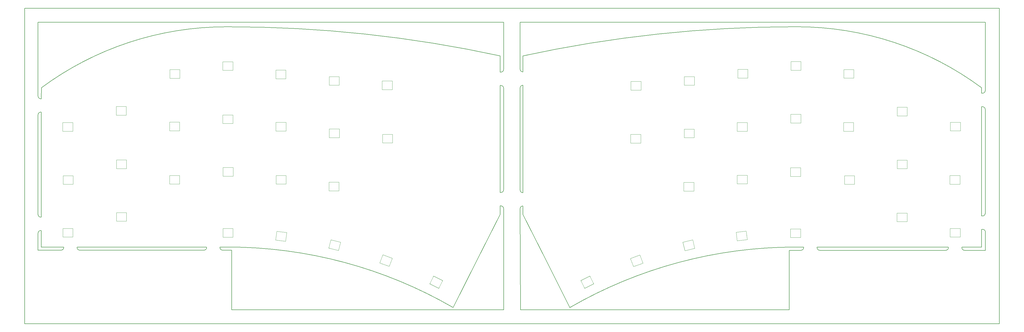
<source format=gbr>
%TF.GenerationSoftware,KiCad,Pcbnew,(5.1.9-0-10_14)*%
%TF.CreationDate,2021-03-29T23:19:48+01:00*%
%TF.ProjectId,peautkb,70656175-746b-4622-9e6b-696361645f70,rev?*%
%TF.SameCoordinates,Original*%
%TF.FileFunction,Profile,NP*%
%FSLAX46Y46*%
G04 Gerber Fmt 4.6, Leading zero omitted, Abs format (unit mm)*
G04 Created by KiCad (PCBNEW (5.1.9-0-10_14)) date 2021-03-29 23:19:48*
%MOMM*%
%LPD*%
G01*
G04 APERTURE LIST*
%TA.AperFunction,Profile*%
%ADD10C,0.200000*%
%TD*%
%TA.AperFunction,Profile*%
%ADD11C,0.120000*%
%TD*%
G04 APERTURE END LIST*
D10*
X84811635Y-18652000D02*
X83945360Y-18651981D01*
X17950000Y-44450000D02*
X18000127Y-40461282D01*
X17770000Y-44440000D02*
X17950000Y-44450000D01*
X17770000Y-49180000D02*
X17950000Y-49180000D01*
X17950000Y-86820000D02*
X17950000Y-49180000D01*
X17770000Y-86820000D02*
X17950000Y-86820000D01*
X17945361Y-97501981D02*
X17950000Y-91580000D01*
X17770000Y-91580000D02*
X17950000Y-91580000D01*
X16770000Y-43440000D02*
X16770000Y-16990000D01*
X16770000Y-85820000D02*
X16770000Y-50180000D01*
X17770000Y-44440000D02*
G75*
G02*
X16770000Y-43440000I0J1000000D01*
G01*
X16770000Y-50180000D02*
G75*
G02*
X17770000Y-49180000I1000000J0D01*
G01*
X16770000Y-98670000D02*
X16770000Y-92580000D01*
X16770000Y-92580000D02*
G75*
G02*
X17770000Y-91580000I1000000J0D01*
G01*
X17770000Y-86820000D02*
G75*
G02*
X16770000Y-85820000I0J1000000D01*
G01*
X25960000Y-97500000D02*
X17945361Y-97501981D01*
X25960000Y-97650000D02*
X25960000Y-97500000D01*
X24960000Y-98650000D02*
X16770000Y-98670000D01*
X25960000Y-97650000D02*
G75*
G02*
X24960000Y-98650000I-1000000J0D01*
G01*
X30690000Y-97650000D02*
X30690000Y-97500000D01*
X76970000Y-97500000D02*
X30690000Y-97500000D01*
X76970000Y-97650000D02*
X76970000Y-97500000D01*
X31690000Y-98650000D02*
X75970000Y-98650000D01*
X31690000Y-98650000D02*
G75*
G02*
X30690000Y-97650000I0J1000000D01*
G01*
X76970000Y-97650000D02*
G75*
G02*
X75970000Y-98650000I-1000000J0D01*
G01*
X84467543Y-97501982D02*
X81710000Y-97500000D01*
X81710000Y-97650000D02*
X81710000Y-97500000D01*
X82710000Y-98650000D02*
X85900000Y-98650000D01*
X82710000Y-98650000D02*
G75*
G02*
X81710000Y-97650000I0J1000000D01*
G01*
X181730000Y-82760000D02*
X181725360Y-85837328D01*
X182000000Y-82760000D02*
X181730000Y-82760000D01*
X182000000Y-82760000D02*
G75*
G02*
X183000000Y-83760000I0J-1000000D01*
G01*
X182000000Y-77990000D02*
X181730000Y-77990000D01*
X183000000Y-76990000D02*
G75*
G02*
X182000000Y-77990000I-1000000J0D01*
G01*
X181730000Y-39650000D02*
X181730000Y-77990000D01*
X182000000Y-39650000D02*
X181730000Y-39650000D01*
X182000000Y-39650000D02*
G75*
G02*
X183000000Y-40650000I0J-1000000D01*
G01*
X181730000Y-34900000D02*
X181725360Y-29065818D01*
X182000000Y-34900000D02*
X181730000Y-34900000D01*
X183000000Y-33900000D02*
G75*
G02*
X182000000Y-34900000I-1000000J0D01*
G01*
X189880000Y-34800000D02*
X189880170Y-29080781D01*
X353670000Y-91150000D02*
X353664320Y-97514800D01*
X354000000Y-91150000D02*
X353670000Y-91150000D01*
X353950000Y-86400000D02*
X353670000Y-86400000D01*
X353670000Y-47250000D02*
X353670000Y-86400000D01*
X353950000Y-47250000D02*
X353670000Y-47250000D01*
X353950000Y-42450000D02*
X353670000Y-42450000D01*
X346600000Y-97700000D02*
X346590000Y-97520000D01*
X353664320Y-97514800D02*
X346590000Y-97520000D01*
X341800000Y-97700000D02*
X341800000Y-97510000D01*
X294900000Y-97520000D02*
X341800000Y-97510000D01*
X294900000Y-97700000D02*
X294900000Y-97520000D01*
X290100000Y-97700000D02*
X290100000Y-97520000D01*
X189880000Y-82800000D02*
X189880000Y-85840000D01*
X189880000Y-39570000D02*
X189880000Y-78050000D01*
X188880000Y-83800000D02*
X189000000Y-120000000D01*
X189880000Y-34800000D02*
G75*
G02*
X188880000Y-33800000I0J1000000D01*
G01*
X188880000Y-40570000D02*
G75*
G02*
X189880000Y-39570000I1000000J0D01*
G01*
X188880000Y-83800000D02*
G75*
G02*
X189880000Y-82800000I1000000J0D01*
G01*
X189880000Y-78050000D02*
G75*
G02*
X188880000Y-77050000I0J1000000D01*
G01*
X12000000Y-125000000D02*
X12000000Y-12000000D01*
X360000000Y-125000000D02*
X12000000Y-125000000D01*
X360000000Y-12000000D02*
X360000000Y-125000000D01*
X12000000Y-12000000D02*
X360000000Y-12000000D01*
X354950000Y-17000000D02*
X354950000Y-41450000D01*
X188880000Y-17000000D02*
X354950000Y-17000000D01*
X354950000Y-41450000D02*
G75*
G02*
X353950000Y-42450000I-1000000J0D01*
G01*
X353950000Y-47250000D02*
G75*
G02*
X354950000Y-48250000I0J-1000000D01*
G01*
X354950000Y-85400000D02*
X354950000Y-48250000D01*
X354950000Y-85400000D02*
G75*
G02*
X353950000Y-86400000I-1000000J0D01*
G01*
X354000000Y-91150000D02*
G75*
G02*
X355000000Y-92150000I0J-1000000D01*
G01*
X355000000Y-98700000D02*
X355000000Y-92150000D01*
X354800000Y-98700000D02*
X355000000Y-98700000D01*
X347600000Y-98700000D02*
X354800000Y-98700000D01*
X347600000Y-98700000D02*
G75*
G02*
X346600000Y-97700000I0J1000000D01*
G01*
X341800000Y-97700000D02*
G75*
G02*
X340800000Y-98700000I-1000000J0D01*
G01*
X295900000Y-98700000D02*
X340800000Y-98700000D01*
X295900000Y-98700000D02*
G75*
G02*
X294900000Y-97700000I0J1000000D01*
G01*
X289100000Y-98700000D02*
X285000000Y-98700000D01*
X290100000Y-97700000D02*
G75*
G02*
X289100000Y-98700000I-1000000J0D01*
G01*
X285000000Y-120000000D02*
X285000000Y-98700000D01*
X189000000Y-120000000D02*
X285000000Y-120000000D01*
X188880000Y-40570000D02*
X188880000Y-77050000D01*
X85900000Y-120000000D02*
X85900000Y-98650000D01*
X183000000Y-83760000D02*
X183000000Y-120000000D01*
X183000000Y-76990000D02*
X183000000Y-40650000D01*
X85900000Y-120000000D02*
X183000000Y-120000000D01*
X188880000Y-17000000D02*
X188880000Y-33800000D01*
X183000000Y-17000000D02*
X183000000Y-33900000D01*
X16770000Y-16990000D02*
X183000000Y-17000000D01*
X286797480Y-18637500D02*
X287732200Y-18637500D01*
X287164320Y-97514800D02*
X290100000Y-97520000D01*
X206652655Y-119169124D02*
G75*
G02*
X287164320Y-97514800I80511665J-138845676D01*
G01*
X197984768Y-101945880D02*
X206652655Y-119169123D01*
X189880000Y-85840000D02*
X197984768Y-101945880D01*
X189880170Y-29080781D02*
G75*
G02*
X286796979Y-18637134I96916809J-444471076D01*
G01*
X287731213Y-18637500D02*
G75*
G02*
X353662980Y-40487479I-68233J-110604613D01*
G01*
X353670000Y-42450000D02*
X353662980Y-40487479D01*
X181725360Y-85837328D02*
X173624911Y-101933061D01*
X84811635Y-18652000D02*
G75*
G02*
X181725360Y-29065818I133725J-454914704D01*
G01*
X18000127Y-40461282D02*
G75*
G02*
X83945360Y-18651981I65945233J-88795332D01*
G01*
X84467543Y-97501983D02*
G75*
G02*
X164957024Y-119156304I-22183J-160499998D01*
G01*
X173624911Y-101933061D02*
X164957024Y-119156304D01*
D11*
%TO.C,LED1*%
X29160360Y-52906580D02*
X29160360Y-56006580D01*
X29160360Y-56006580D02*
X25560360Y-56006580D01*
X25560360Y-56006580D02*
X25560360Y-52906580D01*
X25560360Y-52906580D02*
X29160360Y-52906580D01*
%TO.C,LED2*%
X29287360Y-75031180D02*
X25687360Y-75031180D01*
X29287360Y-71931180D02*
X29287360Y-75031180D01*
X25687360Y-71931180D02*
X29287360Y-71931180D01*
X25687360Y-75031180D02*
X25687360Y-71931180D01*
%TO.C,LED3*%
X29217960Y-90817580D02*
X29217960Y-93917580D01*
X29217960Y-93917580D02*
X25617960Y-93917580D01*
X25617960Y-93917580D02*
X25617960Y-90817580D01*
X25617960Y-90817580D02*
X29217960Y-90817580D01*
%TO.C,LED4*%
X44661160Y-47191580D02*
X48261160Y-47191580D01*
X44661160Y-50291580D02*
X44661160Y-47191580D01*
X48261160Y-50291580D02*
X44661160Y-50291580D01*
X48261160Y-47191580D02*
X48261160Y-50291580D01*
%TO.C,LED5*%
X44762760Y-69392380D02*
X44762760Y-66292380D01*
X44762760Y-66292380D02*
X48362760Y-66292380D01*
X48362760Y-66292380D02*
X48362760Y-69392380D01*
X48362760Y-69392380D02*
X44762760Y-69392380D01*
%TO.C,LED6*%
X44744160Y-85153380D02*
X48344160Y-85153380D01*
X44744160Y-88253380D02*
X44744160Y-85153380D01*
X48344160Y-88253380D02*
X44744160Y-88253380D01*
X48344160Y-85153380D02*
X48344160Y-88253380D01*
%TO.C,LED7*%
X63787360Y-33958180D02*
X67387360Y-33958180D01*
X63787360Y-37058180D02*
X63787360Y-33958180D01*
X67387360Y-37058180D02*
X63787360Y-37058180D01*
X67387360Y-33958180D02*
X67387360Y-37058180D01*
%TO.C,LED8*%
X63711160Y-55854180D02*
X63711160Y-52754180D01*
X63711160Y-52754180D02*
X67311160Y-52754180D01*
X67311160Y-52754180D02*
X67311160Y-55854180D01*
X67311160Y-55854180D02*
X63711160Y-55854180D01*
%TO.C,LED9*%
X63711160Y-71854980D02*
X67311160Y-71854980D01*
X63711160Y-74954980D02*
X63711160Y-71854980D01*
X67311160Y-74954980D02*
X63711160Y-74954980D01*
X67311160Y-71854980D02*
X67311160Y-74954980D01*
%TO.C,LED10*%
X82742560Y-93968380D02*
X82742560Y-90868380D01*
X82742560Y-90868380D02*
X86342560Y-90868380D01*
X86342560Y-90868380D02*
X86342560Y-93968380D01*
X86342560Y-93968380D02*
X82742560Y-93968380D01*
%TO.C,LED11*%
X86335760Y-31138780D02*
X86335760Y-34238780D01*
X86335760Y-34238780D02*
X82735760Y-34238780D01*
X82735760Y-34238780D02*
X82735760Y-31138780D01*
X82735760Y-31138780D02*
X86335760Y-31138780D01*
%TO.C,LED12*%
X86335760Y-53288780D02*
X82735760Y-53288780D01*
X86335760Y-50188780D02*
X86335760Y-53288780D01*
X82735760Y-50188780D02*
X86335760Y-50188780D01*
X82735760Y-53288780D02*
X82735760Y-50188780D01*
%TO.C,LED13*%
X82786560Y-69010180D02*
X86386560Y-69010180D01*
X82786560Y-72110180D02*
X82786560Y-69010180D01*
X86386560Y-72110180D02*
X82786560Y-72110180D01*
X86386560Y-69010180D02*
X86386560Y-72110180D01*
%TO.C,LED14*%
X101598324Y-94971562D02*
X101960003Y-91892733D01*
X101960003Y-91892733D02*
X105535418Y-92312748D01*
X105535418Y-92312748D02*
X105173739Y-95391577D01*
X105173739Y-95391577D02*
X101598324Y-94971562D01*
%TO.C,LED15*%
X105233360Y-34161380D02*
X105233360Y-37261380D01*
X105233360Y-37261380D02*
X101633360Y-37261380D01*
X101633360Y-37261380D02*
X101633360Y-34161380D01*
X101633360Y-34161380D02*
X105233360Y-34161380D01*
%TO.C,LED16*%
X105284160Y-55955780D02*
X101684160Y-55955780D01*
X105284160Y-52855780D02*
X105284160Y-55955780D01*
X101684160Y-52855780D02*
X105284160Y-52855780D01*
X101684160Y-55955780D02*
X101684160Y-52855780D01*
%TO.C,LED17*%
X105316360Y-71843780D02*
X105316360Y-74943780D01*
X105316360Y-74943780D02*
X101716360Y-74943780D01*
X101716360Y-74943780D02*
X101716360Y-71843780D01*
X101716360Y-71843780D02*
X105316360Y-71843780D01*
%TO.C,LED18*%
X124052947Y-98748729D02*
X120550954Y-97914436D01*
X124771366Y-95733124D02*
X124052947Y-98748729D01*
X121269373Y-94898831D02*
X124771366Y-95733124D01*
X120550954Y-97914436D02*
X121269373Y-94898831D01*
%TO.C,LED19*%
X124308760Y-36472780D02*
X124308760Y-39572780D01*
X124308760Y-39572780D02*
X120708760Y-39572780D01*
X120708760Y-39572780D02*
X120708760Y-36472780D01*
X120708760Y-36472780D02*
X124308760Y-36472780D01*
%TO.C,LED20*%
X124334160Y-58317980D02*
X120734160Y-58317980D01*
X124334160Y-55217980D02*
X124334160Y-58317980D01*
X120734160Y-55217980D02*
X124334160Y-55217980D01*
X120734160Y-58317980D02*
X120734160Y-55217980D01*
%TO.C,LED21*%
X124207160Y-74267980D02*
X124207160Y-77367980D01*
X124207160Y-77367980D02*
X120607160Y-77367980D01*
X120607160Y-77367980D02*
X120607160Y-74267980D01*
X120607160Y-74267980D02*
X124207160Y-74267980D01*
%TO.C,LED22*%
X142161275Y-104407740D02*
X138778382Y-103176467D01*
X143221538Y-101494693D02*
X142161275Y-104407740D01*
X139838645Y-100263420D02*
X143221538Y-101494693D01*
X138778382Y-103176467D02*
X139838645Y-100263420D01*
%TO.C,LED23*%
X143231760Y-38047580D02*
X143231760Y-41147580D01*
X143231760Y-41147580D02*
X139631760Y-41147580D01*
X139631760Y-41147580D02*
X139631760Y-38047580D01*
X139631760Y-38047580D02*
X143231760Y-38047580D01*
%TO.C,LED24*%
X143333360Y-60222980D02*
X139733360Y-60222980D01*
X143333360Y-57122980D02*
X143333360Y-60222980D01*
X139733360Y-57122980D02*
X143333360Y-57122980D01*
X139733360Y-60222980D02*
X139733360Y-57122980D01*
%TO.C,LED25*%
X156602447Y-110658531D02*
X157995336Y-107889080D01*
X157995336Y-107889080D02*
X161211473Y-109506629D01*
X161211473Y-109506629D02*
X159818584Y-112276080D01*
X159818584Y-112276080D02*
X156602447Y-110658531D01*
%TO.C,LED26*%
X342480220Y-55902440D02*
X342480220Y-52802440D01*
X342480220Y-52802440D02*
X346080220Y-52802440D01*
X346080220Y-52802440D02*
X346080220Y-55902440D01*
X346080220Y-55902440D02*
X342480220Y-55902440D01*
%TO.C,LED27*%
X342312580Y-71877840D02*
X345912580Y-71877840D01*
X342312580Y-74977840D02*
X342312580Y-71877840D01*
X345912580Y-74977840D02*
X342312580Y-74977840D01*
X345912580Y-71877840D02*
X345912580Y-74977840D01*
%TO.C,LED28*%
X346010820Y-93927740D02*
X342410820Y-93927740D01*
X346010820Y-90827740D02*
X346010820Y-93927740D01*
X342410820Y-90827740D02*
X346010820Y-90827740D01*
X342410820Y-93927740D02*
X342410820Y-90827740D01*
%TO.C,LED29*%
X327047180Y-50519140D02*
X323447180Y-50519140D01*
X327047180Y-47419140D02*
X327047180Y-50519140D01*
X323447180Y-47419140D02*
X327047180Y-47419140D01*
X323447180Y-50519140D02*
X323447180Y-47419140D01*
%TO.C,LED30*%
X327047180Y-66352300D02*
X327047180Y-69452300D01*
X327047180Y-69452300D02*
X323447180Y-69452300D01*
X323447180Y-69452300D02*
X323447180Y-66352300D01*
X323447180Y-66352300D02*
X327047180Y-66352300D01*
%TO.C,LED31*%
X327009080Y-88423560D02*
X323409080Y-88423560D01*
X327009080Y-85323560D02*
X327009080Y-88423560D01*
X323409080Y-85323560D02*
X327009080Y-85323560D01*
X323409080Y-88423560D02*
X323409080Y-85323560D01*
%TO.C,LED32*%
X304433560Y-37022620D02*
X304433560Y-33922620D01*
X304433560Y-33922620D02*
X308033560Y-33922620D01*
X308033560Y-33922620D02*
X308033560Y-37022620D01*
X308033560Y-37022620D02*
X304433560Y-37022620D01*
%TO.C,LED33*%
X304326880Y-52924360D02*
X307926880Y-52924360D01*
X304326880Y-56024360D02*
X304326880Y-52924360D01*
X307926880Y-56024360D02*
X304326880Y-56024360D01*
X307926880Y-52924360D02*
X307926880Y-56024360D01*
%TO.C,LED34*%
X308275680Y-75044920D02*
X304675680Y-75044920D01*
X308275680Y-71944920D02*
X308275680Y-75044920D01*
X304675680Y-71944920D02*
X308275680Y-71944920D01*
X304675680Y-75044920D02*
X304675680Y-71944920D01*
%TO.C,LED35*%
X288993720Y-90978640D02*
X288993720Y-94078640D01*
X288993720Y-94078640D02*
X285393720Y-94078640D01*
X285393720Y-94078640D02*
X285393720Y-90978640D01*
X285393720Y-90978640D02*
X288993720Y-90978640D01*
%TO.C,LED36*%
X289146120Y-34195600D02*
X285546120Y-34195600D01*
X289146120Y-31095600D02*
X289146120Y-34195600D01*
X285546120Y-31095600D02*
X289146120Y-31095600D01*
X285546120Y-34195600D02*
X285546120Y-31095600D01*
%TO.C,LED37*%
X289072460Y-49983040D02*
X289072460Y-53083040D01*
X289072460Y-53083040D02*
X285472460Y-53083040D01*
X285472460Y-53083040D02*
X285472460Y-49983040D01*
X285472460Y-49983040D02*
X289072460Y-49983040D01*
%TO.C,LED38*%
X288993720Y-72178760D02*
X285393720Y-72178760D01*
X288993720Y-69078760D02*
X288993720Y-72178760D01*
X285393720Y-69078760D02*
X288993720Y-69078760D01*
X285393720Y-72178760D02*
X285393720Y-69078760D01*
%TO.C,LED39*%
X269585488Y-91739338D02*
X269947167Y-94818167D01*
X269947167Y-94818167D02*
X266371752Y-95238182D01*
X266371752Y-95238182D02*
X266010073Y-92159353D01*
X266010073Y-92159353D02*
X269585488Y-91739338D01*
%TO.C,LED40*%
X270179120Y-37003800D02*
X266579120Y-37003800D01*
X270179120Y-33903800D02*
X270179120Y-37003800D01*
X266579120Y-33903800D02*
X270179120Y-33903800D01*
X266579120Y-37003800D02*
X266579120Y-33903800D01*
%TO.C,LED41*%
X269969120Y-52914200D02*
X269969120Y-56014200D01*
X269969120Y-56014200D02*
X266369120Y-56014200D01*
X266369120Y-56014200D02*
X266369120Y-52914200D01*
X266369120Y-52914200D02*
X269969120Y-52914200D01*
%TO.C,LED42*%
X269943720Y-74886400D02*
X266343720Y-74886400D01*
X269943720Y-71786400D02*
X269943720Y-74886400D01*
X266343720Y-71786400D02*
X269943720Y-71786400D01*
X266343720Y-74886400D02*
X266343720Y-71786400D01*
%TO.C,LED43*%
X246978434Y-95776304D02*
X250480427Y-94942011D01*
X247696853Y-98791909D02*
X246978434Y-95776304D01*
X251198846Y-97957616D02*
X247696853Y-98791909D01*
X250480427Y-94942011D02*
X251198846Y-97957616D01*
%TO.C,LED44*%
X247471520Y-39580400D02*
X247471520Y-36480400D01*
X247471520Y-36480400D02*
X251071520Y-36480400D01*
X251071520Y-36480400D02*
X251071520Y-39580400D01*
X251071520Y-39580400D02*
X247471520Y-39580400D01*
%TO.C,LED45*%
X247452920Y-55262200D02*
X251052920Y-55262200D01*
X247452920Y-58362200D02*
X247452920Y-55262200D01*
X251052920Y-58362200D02*
X247452920Y-58362200D01*
X251052920Y-55262200D02*
X251052920Y-58362200D01*
%TO.C,LED46*%
X250925920Y-77440600D02*
X247325920Y-77440600D01*
X250925920Y-74340600D02*
X250925920Y-77440600D01*
X247325920Y-74340600D02*
X250925920Y-74340600D01*
X247325920Y-77440600D02*
X247325920Y-74340600D01*
%TO.C,LED47*%
X228256482Y-101581053D02*
X231639375Y-100349780D01*
X229316745Y-104494100D02*
X228256482Y-101581053D01*
X232699638Y-103262827D02*
X229316745Y-104494100D01*
X231639375Y-100349780D02*
X232699638Y-103262827D01*
%TO.C,LED48*%
X228446920Y-41282200D02*
X228446920Y-38182200D01*
X228446920Y-38182200D02*
X232046920Y-38182200D01*
X232046920Y-38182200D02*
X232046920Y-41282200D01*
X232046920Y-41282200D02*
X228446920Y-41282200D01*
%TO.C,LED49*%
X231945320Y-57156000D02*
X231945320Y-60256000D01*
X231945320Y-60256000D02*
X228345320Y-60256000D01*
X228345320Y-60256000D02*
X228345320Y-57156000D01*
X228345320Y-57156000D02*
X231945320Y-57156000D01*
%TO.C,LED50*%
X213734144Y-107856060D02*
X215127033Y-110625511D01*
X215127033Y-110625511D02*
X211910896Y-112243060D01*
X211910896Y-112243060D02*
X210518007Y-109473609D01*
X210518007Y-109473609D02*
X213734144Y-107856060D01*
%TD*%
M02*

</source>
